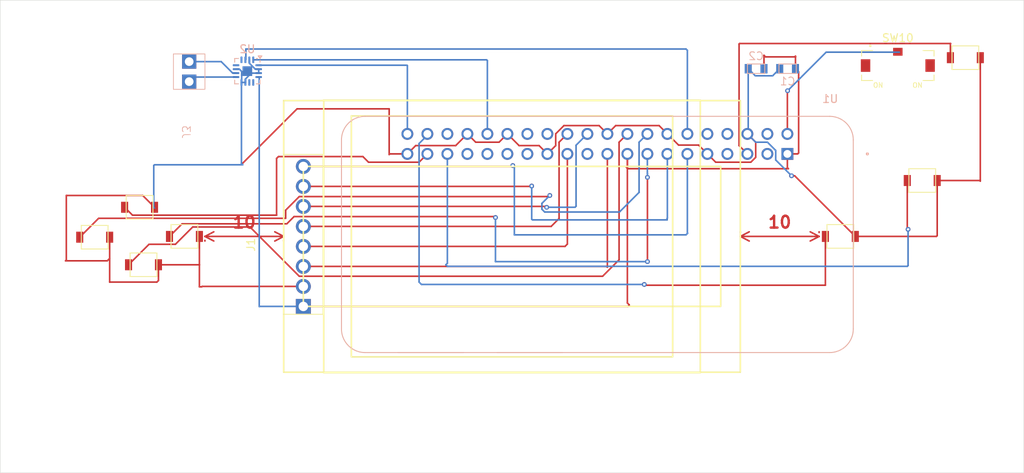
<source format=kicad_pcb>
(kicad_pcb (version 20241229) (generator "pcbnew") (generator_version "9.0")
  (layers (0 "F.Cu" signal) (2 "B.Cu" signal) (13 "F.Paste" user) (15 "B.Paste" user) (5 "F.SilkS" user "F.Silkscreen") (7 "B.SilkS" user "B.Silkscreen") (1 "F.Mask" user) (3 "B.Mask" user) (25 "Edge.Cuts" user))
  (net 0 "")
  (net 1 "GND")
  (net 2 "+3.3V")
  (net 3 "/MOSI-19")
  (net 4 "/GPIO27-13")
  (net 5 "/CEO_N-24")
  (net 6 "/GPIO17-11")
  (net 7 "/SCLK-23")
  (net 8 "/GPIO25-22")
  (net 9 "/SPK+")
  (net 10 "/SPK-")
  (net 11 "/RIGHT")
  (net 12 "/LEFT")
  (net 13 "/UP")
  (net 14 "/DOWN")
  (net 15 "/A")
  (net 16 "/B")
  (net 17 "/X")
  (net 18 "/Y")
  (net 19 "/GPIO3")
  (net 20 "+5V")
  (net 22 "/5V_2")
  (net 25 "/GPIO18 ")
  (net 28 "/GPIO21 ")
  (net 30 "/GPIO12")
  (footprint "button8:TSX08131_3.4x3.0_SMT" (layer "F.Cu") (at 202.1 92.9)
    (property "Reference" "SW6" (hide yes))
    (property "Value" "SW_Push")
    (fp_line (start -1.7 -1.5) (end 1.7 -1.5) (stroke (width 0.12)) (layer "F.SilkS"))
    (fp_line (start -1.7 1.5) (end -1.7 -1.5) (stroke (width 0.12)) (layer "F.SilkS"))
    (fp_line (start 1.7 -1.5) (end 1.7 1.5) (stroke (width 0.12)) (layer "F.SilkS"))
    (fp_line (start 1.7 1.5) (end -1.7 1.5) (stroke (width 0.12)) (layer "F.SilkS"))
    (pad "1" smd rect (at -1.9 0) (size 0.9 1.4) (layers "F.Cu" "F.Mask" "F.Paste") (net 16 "/B"))
    (pad "2" smd rect (at 1.9 0) (size 0.9 1.4) (layers "F.Cu" "F.Mask" "F.Paste") (net 1 "GND"))
  )
  (footprint "button8:TSX08131_3.4x3.0_SMT" (layer "F.Cu") (at 97 100.1)
    (property "Reference" "SW2" (hide yes))
    (property "Value" "SW_Push")
    (fp_line (start -1.7 -1.5) (end 1.7 -1.5) (stroke (width 0.12)) (layer "F.SilkS"))
    (fp_line (start -1.7 1.5) (end -1.7 -1.5) (stroke (width 0.12)) (layer "F.SilkS"))
    (fp_line (start 1.7 -1.5) (end 1.7 1.5) (stroke (width 0.12)) (layer "F.SilkS"))
    (fp_line (start 1.7 1.5) (end -1.7 1.5) (stroke (width 0.12)) (layer "F.SilkS"))
    (pad "1" smd rect (at -1.9 0) (size 0.9 1.4) (layers "F.Cu" "F.Mask" "F.Paste") (net 12 "/LEFT"))
    (pad "2" smd rect (at 1.9 0) (size 0.9 1.4) (layers "F.Cu" "F.Mask" "F.Paste") (net 1 "GND"))
  )
  (footprint "button8:TSX08131_3.4x3.0_SMT" (layer "F.Cu") (at 108.4 100)
    (property "Reference" "SW1" (hide yes))
    (property "Value" "SW_Push")
    (fp_line (start -1.7 -1.5) (end 1.7 -1.5) (stroke (width 0.12)) (layer "F.SilkS"))
    (fp_line (start -1.7 1.5) (end -1.7 -1.5) (stroke (width 0.12)) (layer "F.SilkS"))
    (fp_line (start 1.7 -1.5) (end 1.7 1.5) (stroke (width 0.12)) (layer "F.SilkS"))
    (fp_line (start 1.7 1.5) (end -1.7 1.5) (stroke (width 0.12)) (layer "F.SilkS"))
    (pad "1" smd rect (at -1.9 0) (size 0.9 1.4) (layers "F.Cu" "F.Mask" "F.Paste") (net 11 "/RIGHT"))
    (pad "2" smd rect (at 1.9 0) (size 0.9 1.4) (layers "F.Cu" "F.Mask" "F.Paste") (net 1 "GND"))
  )
  (footprint "mount:HB_PH3_25418PB2GOP_8Pin" (layer "F.Cu") (at 123.45 100 90)
    (property "Reference" "J1" (at -1.06 -6.6 90) (layer "F.SilkS"))
    (property "Value" "Conn_01x08_MountingPin" (hide yes))
    (fp_line (start 10.41 -2.45) (end 10.41 2.55) (stroke (width 0.12)) (layer "F.SilkS"))
    (fp_line (start -9.89 -2.45) (end 10.41 -2.45) (stroke (width 0.12)) (layer "F.SilkS"))
    (fp_line (start 10.41 2.55) (end -9.89 2.55) (stroke (width 0.12)) (layer "F.SilkS"))
    (fp_line (start -9.89 2.55) (end -9.89 -2.45) (stroke (width 0.12)) (layer "F.SilkS"))
    (pad "1" thru_hole rect (at -8.89 0.05 90) (size 1.9 1.9) (drill 1.2) (layers "*.Cu" "*.Mask") (net 2 "+3.3V"))
    (pad "2" thru_hole circle (at -6.35 0.05 90) (size 1.9 1.9) (drill 1.2) (layers "*.Cu" "*.Mask") (net 1 "GND"))
    (pad "3" thru_hole circle (at -3.81 0.05 90) (size 1.9 1.9) (drill 1.2) (layers "*.Cu" "*.Mask") (net 3 "/MOSI-19"))
    (pad "4" thru_hole circle (at -1.27 0.05 90) (size 1.9 1.9) (drill 1.2) (layers "*.Cu" "*.Mask") (net 7 "/SCLK-23"))
    (pad "5" thru_hole circle (at 1.27 0.05 90) (size 1.9 1.9) (drill 1.2) (layers "*.Cu" "*.Mask") (net 5 "/CEO_N-24"))
    (pad "6" thru_hole circle (at 3.81 0.05 90) (size 1.9 1.9) (drill 1.2) (layers "*.Cu" "*.Mask") (net 8 "/GPIO25-22"))
    (pad "7" thru_hole circle (at 6.35 0.05 90) (size 1.9 1.9) (drill 1.2) (layers "*.Cu" "*.Mask") (net 4 "/GPIO27-13"))
    (pad "8" thru_hole circle (at 8.89 0.05 90) (size 1.9 1.9) (drill 1.2) (layers "*.Cu" "*.Mask") (net 6 "/GPIO17-11"))
  )
  (footprint "button8:TSX08131_3.4x3.0_SMT" (layer "F.Cu") (at 103.2 103.6)
    (property "Reference" "SW4" (hide yes))
    (property "Value" "SW_Push")
    (fp_line (start -1.7 -1.5) (end 1.7 -1.5) (stroke (width 0.12)) (layer "F.SilkS"))
    (fp_line (start -1.7 1.5) (end -1.7 -1.5) (stroke (width 0.12)) (layer "F.SilkS"))
    (fp_line (start 1.7 -1.5) (end 1.7 1.5) (stroke (width 0.12)) (layer "F.SilkS"))
    (fp_line (start 1.7 1.5) (end -1.7 1.5) (stroke (width 0.12)) (layer "F.SilkS"))
    (pad "1" smd rect (at -1.9 0) (size 0.9 1.4) (layers "F.Cu" "F.Mask" "F.Paste") (net 14 "/DOWN"))
    (pad "2" smd rect (at 1.9 0) (size 0.9 1.4) (layers "F.Cu" "F.Mask" "F.Paste") (net 1 "GND"))
  )
  (footprint "on/off:TSX08131_3.4x3.0_SMT" (layer "F.Cu") (at 207.575 77.3)
    (property "Reference" "SW9" (hide yes))
    (property "Value" "SW_SHDN")
    (fp_line (start -1.7 -1.5) (end 1.7 -1.5) (stroke (width 0.12)) (layer "F.SilkS"))
    (fp_line (start -1.7 1.5) (end -1.7 -1.5) (stroke (width 0.12)) (layer "F.SilkS"))
    (fp_line (start 1.7 -1.5) (end 1.7 1.5) (stroke (width 0.12)) (layer "F.SilkS"))
    (fp_line (start 1.7 1.5) (end -1.7 1.5) (stroke (width 0.12)) (layer "F.SilkS"))
    (pad "1" smd rect (at -1.9 0) (size 0.9 1.4) (layers "F.Cu" "F.Mask" "F.Paste") (net 19 "/GPIO3"))
    (pad "2" smd rect (at 1.9 0) (size 0.9 1.4) (layers "F.Cu" "F.Mask" "F.Paste") (net 1 "GND"))
  )
  (footprint "on/off:CK_JS102011SAQN" (layer "F.Cu") (at 199 78.3)
    (property "Reference" "SW10" (at 0 -3.5 0) (layer "F.SilkS"))
    (property "Value" "JS102011SAQN")
    (fp_line (start -4.6 -1.9) (end -4.6 -1.2) (stroke (width 0.12)) (layer "F.SilkS"))
    (fp_line (start -4.6 -1.9) (end -3.2 -1.9) (stroke (width 0.12)) (layer "F.SilkS"))
    (fp_line (start -4.6 1.9) (end -4.6 1.2) (stroke (width 0.12)) (layer "F.SilkS"))
    (fp_line (start -4.6 1.9) (end -3.2 1.9) (stroke (width 0.12)) (layer "F.SilkS"))
    (fp_line (start 4.6 -1.9) (end 3.2 -1.9) (stroke (width 0.12)) (layer "F.SilkS"))
    (fp_line (start 4.6 -1.9) (end 4.6 -1.2) (stroke (width 0.12)) (layer "F.SilkS"))
    (fp_line (start 4.6 1.9) (end 3.2 1.9) (stroke (width 0.12)) (layer "F.SilkS"))
    (fp_line (start 4.6 1.9) (end 4.6 1.2) (stroke (width 0.12)) (layer "F.SilkS"))
    (fp_circle (center -3.5 -2.5) (end -3.4 -2.5) (stroke (width 0.12)) (fill no) (layer "F.SilkS"))
    (fp_text user "ON" (at 2.5 2.5 0) (layer "F.SilkS") (effects (font (size 0.6 0.6) (thickness 0.1))))
    (fp_text user "ON" (at -2.5 2.5 0) (layer "F.SilkS") (effects (font (size 0.6 0.6) (thickness 0.1))))
    (pad "" np_thru_hole circle (at -2.5 0) (size 0.8 0.8) (drill 0.8) (layers "*.Cu" "*.Mask"))
    (pad "" np_thru_hole circle (at 2.5 0) (size 0.8 0.8) (drill 0.8) (layers "*.Cu" "*.Mask"))
    (pad "1" smd rect (at -4.1 0) (size 1.2 1.6) (layers "F.Cu" "F.Mask" "F.Paste") (net 20 "+5V"))
    (pad "2" smd rect (at 0 -1.75) (size 1.2 1) (layers "F.Cu" "F.Mask" "F.Paste") (net 22 "/5V_2"))
    (pad "3" smd rect (at 4.1 0) (size 1.2 1.6) (layers "F.Cu" "F.Mask" "F.Paste"))
  )
  (footprint "button8:TSX08131_3.4x3.0_SMT" (layer "F.Cu") (at 102.7 96.3)
    (property "Reference" "SW3" (hide yes))
    (property "Value" "SW_Push")
    (fp_line (start -1.7 -1.5) (end 1.7 -1.5) (stroke (width 0.12)) (layer "F.SilkS"))
    (fp_line (start -1.7 1.5) (end -1.7 -1.5) (stroke (width 0.12)) (layer "F.SilkS"))
    (fp_line (start 1.7 -1.5) (end 1.7 1.5) (stroke (width 0.12)) (layer "F.SilkS"))
    (fp_line (start 1.7 1.5) (end -1.7 1.5) (stroke (width 0.12)) (layer "F.SilkS"))
    (pad "1" smd rect (at -1.9 0) (size 0.9 1.4) (layers "F.Cu" "F.Mask" "F.Paste") (net 13 "/UP"))
    (pad "2" smd rect (at 1.9 0) (size 0.9 1.4) (layers "F.Cu" "F.Mask" "F.Paste") (net 1 "GND"))
  )
  (footprint "button8:TSX08131_3.4x3.0_SMT" (layer "F.Cu") (at 191.7 100)
    (property "Reference" "SW5" (hide yes))
    (property "Value" "SW_Push")
    (fp_line (start -1.7 -1.5) (end 1.7 -1.5) (stroke (width 0.12)) (layer "F.SilkS"))
    (fp_line (start -1.7 1.5) (end -1.7 -1.5) (stroke (width 0.12)) (layer "F.SilkS"))
    (fp_line (start 1.7 -1.5) (end 1.7 1.5) (stroke (width 0.12)) (layer "F.SilkS"))
    (fp_line (start 1.7 1.5) (end -1.7 1.5) (stroke (width 0.12)) (layer "F.SilkS"))
    (pad "1" smd rect (at -1.9 0) (size 0.9 1.4) (layers "F.Cu" "F.Mask" "F.Paste") (net 15 "/A"))
    (pad "2" smd rect (at 1.9 0) (size 0.9 1.4) (layers "F.Cu" "F.Mask" "F.Paste") (net 1 "GND"))
  )
  (footprint "cap:PZ254V_11_02P" (layer "B.Cu") (at 109 80.34 90)
    (property "Reference" "J3" (at -6.4 -0.4 270) (layer "B.SilkS") (effects (font (thickness 0.1)) (justify mirror)))
    (property "Value" "Conn_01x02")
    (fp_rect (start -0.98 2) (end 3.52 -2) (stroke (width 0.1)) (fill no) (layer "B.SilkS"))
    (pad "1" thru_hole rect (at 0 0 90) (size 1.8 1.8) (drill 1.1) (layers "*.Cu" "*.Mask") (net 9 "/SPK+"))
    (pad "2" thru_hole rect (at 2.54 0 90) (size 1.8 1.8) (drill 1.1) (layers "*.Cu" "*.Mask") (net 10 "/SPK-"))
  )
  (footprint "rpi:MODULE_SC1176" (layer "B.Cu") (at 160.8425 99.75 180)
    (property "Reference" "U1" (at -29.569 17.2162 0) (layer "B.SilkS") (effects (font (size 1.00189 1.00189)) (justify mirror)))
    (property "Value" "SC1176")
    (fp_line (start 32.5 -12) (end 32.5 12) (stroke (width 0.127)) (layer "B.SilkS"))
    (fp_line (start 29.5 15) (end -29.5 15) (stroke (width 0.127)) (layer "B.SilkS"))
    (fp_line (start 17 -15) (end 25.35 -15) (stroke (width 0.127)) (layer "B.SilkS"))
    (fp_line (start 4.4 -15) (end 12.75 -15) (stroke (width 0.127)) (layer "B.SilkS"))
    (fp_line (start -29.5 -15) (end 29.5 -15) (stroke (width 0.127)) (layer "B.SilkS"))
    (fp_line (start -32.5 12) (end -32.5 -12) (stroke (width 0.127)) (layer "B.SilkS"))
    (fp_arc (start 32.5 12) (mid 31.62132 14.12132) (end 29.5 15) (stroke (width 0.127)) (layer "B.SilkS"))
    (fp_arc (start 29.5 -15) (mid 31.62132 -14.12132) (end 32.5 -12) (stroke (width 0.127)) (layer "B.SilkS"))
    (fp_arc (start -29.5 15) (mid -31.62132 14.12132) (end -32.5 12) (stroke (width 0.127)) (layer "B.SilkS"))
    (fp_arc (start -32.5 -12) (mid -31.62132 -14.12132) (end -29.5 -15) (stroke (width 0.127)) (layer "B.SilkS"))
    (fp_circle (center -34.29 10.23) (end -34.19 10.23) (stroke (width 0.2)) (fill no) (layer "B.SilkS"))
    (pad "" np_thru_hole circle (at -29 -11.5 180) (size 2.75 2.75) (drill 2.75) (layers "*.Cu" "*.Mask"))
    (pad "" np_thru_hole circle (at -29 11.5 180) (size 2.75 2.75) (drill 2.75) (layers "*.Cu" "*.Mask"))
    (pad "" np_thru_hole circle (at 29 -11.5 180) (size 2.75 2.75) (drill 2.75) (layers "*.Cu" "*.Mask"))
    (pad "" np_thru_hole circle (at 29 11.5 180) (size 2.75 2.75) (drill 2.75) (layers "*.Cu" "*.Mask"))
    (pad "1" thru_hole rect (at -24.13 10.23 180) (size 1.508 1.508) (drill 1) (layers "*.Cu" "*.Mask") (net 2 "+3.3V"))
    (pad "2" thru_hole circle (at -24.13 12.77 180) (size 1.508 1.508) (drill 1) (layers "*.Cu" "*.Mask") (net 22 "/5V_2"))
    (pad "3" thru_hole circle (at -21.59 10.23 180) (size 1.508 1.508) (drill 1) (layers "*.Cu" "*.Mask"))
    (pad "4" thru_hole circle (at -21.59 12.77 180) (size 1.508 1.508) (drill 1) (layers "*.Cu" "*.Mask"))
    (pad "5" thru_hole circle (at -19.05 10.23 180) (size 1.508 1.508) (drill 1) (layers "*.Cu" "*.Mask") (net 19 "/GPIO3"))
    (pad "6" thru_hole circle (at -19.05 12.77 180) (size 1.508 1.508) (drill 1) (layers "*.Cu" "*.Mask") (net 1 "GND"))
    (pad "7" thru_hole circle (at -16.51 10.23 180) (size 1.508 1.508) (drill 1) (layers "*.Cu" "*.Mask"))
    (pad "8" thru_hole circle (at -16.51 12.77 180) (size 1.508 1.508) (drill 1) (layers "*.Cu" "*.Mask"))
    (pad "9" thru_hole circle (at -13.97 10.23 180) (size 1.508 1.508) (drill 1) (layers "*.Cu" "*.Mask") (net 1 "GND"))
    (pad "10" thru_hole circle (at -13.97 12.77 180) (size 1.508 1.508) (drill 1) (layers "*.Cu" "*.Mask"))
    (pad "11" thru_hole circle (at -11.43 10.23 180) (size 1.508 1.508) (drill 1) (layers "*.Cu" "*.Mask") (net 6 "/GPIO17-11"))
    (pad "12" thru_hole circle (at -11.43 12.77 180) (size 1.508 1.508) (drill 1) (layers "*.Cu" "*.Mask") (net 25 "/GPIO18 "))
    (pad "13" thru_hole circle (at -8.89 10.23 180) (size 1.508 1.508) (drill 1) (layers "*.Cu" "*.Mask") (net 4 "/GPIO27-13"))
    (pad "14" thru_hole circle (at -8.89 12.77 180) (size 1.508 1.508) (drill 1) (layers "*.Cu" "*.Mask") (net 1 "GND"))
    (pad "15" thru_hole circle (at -6.35 10.23 180) (size 1.508 1.508) (drill 1) (layers "*.Cu" "*.Mask") (net 11 "/RIGHT"))
    (pad "16" thru_hole circle (at -6.35 12.77 180) (size 1.508 1.508) (drill 1) (layers "*.Cu" "*.Mask") (net 12 "/LEFT"))
    (pad "17" thru_hole circle (at -3.81 10.23 180) (size 1.508 1.508) (drill 1) (layers "*.Cu" "*.Mask") (net 2 "+3.3V"))
    (pad "18" thru_hole circle (at -3.81 12.77 180) (size 1.508 1.508) (drill 1) (layers "*.Cu" "*.Mask") (net 14 "/DOWN"))
    (pad "19" thru_hole circle (at -1.27 10.23 180) (size 1.508 1.508) (drill 1) (layers "*.Cu" "*.Mask") (net 3 "/MOSI-19"))
    (pad "20" thru_hole circle (at -1.27 12.77 180) (size 1.508 1.508) (drill 1) (layers "*.Cu" "*.Mask") (net 1 "GND"))
    (pad "21" thru_hole circle (at 1.27 10.23 180) (size 1.508 1.508) (drill 1) (layers "*.Cu" "*.Mask"))
    (pad "22" thru_hole circle (at 1.27 12.77 180) (size 1.508 1.508) (drill 1) (layers "*.Cu" "*.Mask") (net 8 "/GPIO25-22"))
    (pad "23" thru_hole circle (at 3.81 10.23 180) (size 1.508 1.508) (drill 1) (layers "*.Cu" "*.Mask") (net 7 "/SCLK-23"))
    (pad "24" thru_hole circle (at 3.81 12.77 180) (size 1.508 1.508) (drill 1) (layers "*.Cu" "*.Mask") (net 5 "/CEO_N-24"))
    (pad "25" thru_hole circle (at 6.35 10.23 180) (size 1.508 1.508) (drill 1) (layers "*.Cu" "*.Mask") (net 1 "GND"))
    (pad "26" thru_hole circle (at 6.35 12.77 180) (size 1.508 1.508) (drill 1) (layers "*.Cu" "*.Mask"))
    (pad "27" thru_hole circle (at 8.89 10.23 180) (size 1.508 1.508) (drill 1) (layers "*.Cu" "*.Mask"))
    (pad "28" thru_hole circle (at 8.89 12.77 180) (size 1.508 1.508) (drill 1) (layers "*.Cu" "*.Mask"))
    (pad "29" thru_hole circle (at 11.43 10.23 180) (size 1.508 1.508) (drill 1) (layers "*.Cu" "*.Mask"))
    (pad "30" thru_hole circle (at 11.43 12.77 180) (size 1.508 1.508) (drill 1) (layers "*.Cu" "*.Mask") (net 1 "GND"))
    (pad "31" thru_hole circle (at 13.97 10.23 180) (size 1.508 1.508) (drill 1) (layers "*.Cu" "*.Mask"))
    (pad "32" thru_hole circle (at 13.97 12.77 180) (size 1.508 1.508) (drill 1) (layers "*.Cu" "*.Mask") (net 30 "/GPIO12"))
    (pad "33" thru_hole circle (at 16.51 10.23 180) (size 1.508 1.508) (drill 1) (layers "*.Cu" "*.Mask") (net 18 "/Y"))
    (pad "34" thru_hole circle (at 16.51 12.77 180) (size 1.508 1.508) (drill 1) (layers "*.Cu" "*.Mask") (net 1 "GND"))
    (pad "35" thru_hole circle (at 19.05 10.23 180) (size 1.508 1.508) (drill 1) (layers "*.Cu" "*.Mask") (net 16 "/B"))
    (pad "36" thru_hole circle (at 19.05 12.77 180) (size 1.508 1.508) (drill 1) (layers "*.Cu" "*.Mask") (net 17 "/X"))
    (pad "37" thru_hole circle (at 21.59 10.23 180) (size 1.508 1.508) (drill 1) (layers "*.Cu" "*.Mask") (net 13 "/UP"))
    (pad "38" thru_hole circle (at 21.59 12.77 180) (size 1.508 1.508) (drill 1) (layers "*.Cu" "*.Mask") (net 15 "/A"))
    (pad "39" thru_hole circle (at 24.13 10.23 180) (size 1.508 1.508) (drill 1) (layers "*.Cu" "*.Mask") (net 1 "GND"))
    (pad "40" thru_hole circle (at 24.13 12.77 180) (size 1.508 1.508) (drill 1) (layers "*.Cu" "*.Mask") (net 28 "/GPIO21 "))
  )
  (footprint "cap:C_0805" (layer "B.Cu") (at 181 78.7 180)
    (property "Reference" "C2" (at 0 1.6 0) (layer "B.SilkS") (effects (font (thickness 0.12)) (justify mirror)))
    (property "Value" "10uF")
    (fp_line (start 1.1 0.6) (end 1.1 -0.6) (stroke (width 0.12)) (layer "B.SilkS"))
    (fp_line (start 1.1 -0.6) (end -1.1 -0.6) (stroke (width 0.12)) (layer "B.SilkS"))
    (fp_line (start -1.1 0.6) (end 1.1 0.6) (stroke (width 0.12)) (layer "B.SilkS"))
    (fp_line (start -1.1 -0.6) (end -1.1 0.6) (stroke (width 0.12)) (layer "B.SilkS"))
    (pad "1" smd rect (at -1 0 180) (size 0.9 1.2) (layers "B.Cu" "B.Mask" "B.Paste") (net 2 "+3.3V"))
    (pad "2" smd rect (at 1 0 180) (size 0.9 1.2) (layers "B.Cu" "B.Mask" "B.Paste") (net 1 "GND"))
  )
  (footprint "Package_DFN_QFN:TQFN-16-1EP_3x3mm_P0.5mm_EP1.23x1.23mm" (layer "B.Cu") (at 116.39 79.01 180)
    (property "Reference" "U2" (at 0 2.8 0) (layer "B.SilkS") (effects (justify mirror)))
    (property "Value" "MAX98357A")
    (fp_line (start 1.61 1.61) (end 1.61 1.135) (stroke (width 0.12)) (layer "B.SilkS"))
    (fp_line (start 1.61 -1.61) (end 1.61 -1.135) (stroke (width 0.12)) (layer "B.SilkS"))
    (fp_line (start 1.135 1.61) (end 1.61 1.61) (stroke (width 0.12)) (layer "B.SilkS"))
    (fp_line (start 1.135 -1.61) (end 1.61 -1.61) (stroke (width 0.12)) (layer "B.SilkS"))
    (fp_line (start -1.135 1.61) (end -1.31 1.61) (stroke (width 0.12)) (layer "B.SilkS"))
    (fp_line (start -1.135 -1.61) (end -1.61 -1.61) (stroke (width 0.12)) (layer "B.SilkS"))
    (fp_line (start -1.61 1.135) (end -1.61 1.37) (stroke (width 0.12)) (layer "B.SilkS"))
    (fp_line (start -1.61 -1.61) (end -1.61 -1.135) (stroke (width 0.12)) (layer "B.SilkS"))
    (fp_poly (pts (xy -1.61 1.61) (xy -1.85 1.94) (xy -1.37 1.94)) (stroke (width 0.12)) (fill yes) (layer "B.SilkS"))
    (pad "1" smd roundrect (at -1.4375 0.75 180) (size 0.825 0.25) (layers "B.Cu" "B.Mask" "B.Paste") (net 28 "/GPIO21 "))
    (pad "2" smd roundrect (at -1.4375 0.25 180) (size 0.825 0.25) (layers "B.Cu" "B.Mask" "B.Paste") (net 1 "GND"))
    (pad "3" smd roundrect (at -1.4375 -0.25 180) (size 0.825 0.25) (layers "B.Cu" "B.Mask" "B.Paste") (net 1 "GND"))
    (pad "4" smd roundrect (at -1.4375 -0.75 180) (size 0.825 0.25) (layers "B.Cu" "B.Mask" "B.Paste") (net 2 "+3.3V"))
    (pad "5" smd roundrect (at -0.75 -1.4375 180) (size 0.25 0.825) (layers "B.Cu" "B.Mask" "B.Paste"))
    (pad "6" smd roundrect (at -0.25 -1.4375 180) (size 0.25 0.825) (layers "B.Cu" "B.Mask" "B.Paste"))
    (pad "7" smd roundrect (at 0.25 -1.4375 180) (size 0.25 0.825) (layers "B.Cu" "B.Mask" "B.Paste") (net 1 "GND"))
    (pad "8" smd roundrect (at 0.75 -1.4375 180) (size 0.25 0.825) (layers "B.Cu" "B.Mask" "B.Paste") (net 1 "GND"))
    (pad "9" smd roundrect (at 1.4375 -0.75 180) (size 0.825 0.25) (layers "B.Cu" "B.Mask" "B.Paste") (net 9 "/SPK+"))
    (pad "10" smd roundrect (at 1.4375 -0.25 180) (size 0.825 0.25) (layers "B.Cu" "B.Mask" "B.Paste") (net 10 "/SPK-"))
    (pad "11" smd roundrect (at 1.4375 0.25 180) (size 0.825 0.25) (layers "B.Cu" "B.Mask" "B.Paste") (net 1 "GND"))
    (pad "12" smd roundrect (at 1.4375 0.75 180) (size 0.825 0.25) (layers "B.Cu" "B.Mask" "B.Paste"))
    (pad "13" smd roundrect (at 0.75 1.4375 180) (size 0.25 0.825) (layers "B.Cu" "B.Mask" "B.Paste"))
    (pad "14" smd roundrect (at 0.25 1.4375 180) (size 0.25 0.825) (layers "B.Cu" "B.Mask" "B.Paste") (net 25 "/GPIO18 "))
    (pad "15" smd roundrect (at -0.25 1.4375 180) (size 0.25 0.825) (layers "B.Cu" "B.Mask" "B.Paste") (net 1 "GND"))
    (pad "16" smd roundrect (at -0.75 1.4375 180) (size 0.25 0.825) (layers "B.Cu" "B.Mask" "B.Paste") (net 30 "/GPIO12"))
    (pad "17" smd rect (at 0 0 180) (size 1.23 1.23) (property pad_prop_heatsink) (layers "B.Cu" "B.Mask") (net 1 "GND"))
  )
  (footprint "cap:C_0805" (layer "B.Cu") (at 185 78.7)
    (property "Reference" "C1" (at 0 1.6 0) (layer "B.SilkS") (effects (font (thickness 0.12)) (justify mirror)))
    (property "Value" "0.1uF")
    (fp_line (start -1.1 -0.6) (end -1.1 0.6) (stroke (width 0.12)) (layer "B.SilkS"))
    (fp_line (start -1.1 0.6) (end 1.1 0.6) (stroke (width 0.12)) (layer "B.SilkS"))
    (fp_line (start 1.1 -0.6) (end -1.1 -0.6) (stroke (width 0.12)) (layer "B.SilkS"))
    (fp_line (start 1.1 0.6) (end 1.1 -0.6) (stroke (width 0.12)) (layer "B.SilkS"))
    (pad "1" smd rect (at -1 0) (size 0.9 1.2) (layers "B.Cu" "B.Mask" "B.Paste") (net 1 "GND"))
    (pad "2" smd rect (at 1 0) (size 0.9 1.2) (layers "B.Cu" "B.Mask" "B.Paste") (net 2 "+3.3V"))
  )
  (gr_rect (start 126.085 82.7) (end 173.915 117.3) (stroke (width 0.2)) (fill no) (layer "F.SilkS"))
  (gr_rect (start 123.5 91.11) (end 176.5 108.89) (stroke (width 0.2)) (fill no) (layer "F.SilkS"))
  (gr_rect (start 129.6 84.7) (end 170.4 115.3) (stroke (width 0.2)) (fill no) (layer "F.SilkS"))
  (gr_rect (start 121 82.75) (end 179 117.25) (stroke (width 0.2)) (fill no) (layer "F.SilkS"))
  (gr_rect (start 85 70) (end 215 130) (stroke (width 0.05)) (fill no) (layer "Edge.Cuts"))
  (dimension (type aligned) (layer "F.Cu") (pts (xy 179 100) (xy 189 100)) (height 0) (format (prefix "") (suffix "") (units 3) (units_format 0) (precision 4) (suppress_zeroes yes)) (style (thickness 0.2) (arrow_length 1.27) (text_position_mode 0) (arrow_direction outward) (extension_height 0.58642) (extension_offset 0.5) (keep_text_aligned yes)) (gr_text "10" (at 184 98.2 0) (layer "F.Cu") (effects (font (size 1.5 1.5) (thickness 0.3)))))
  (dimension (type aligned) (layer "F.Cu") (pts (xy 121 100) (xy 111 100)) (height 0) (format (prefix "") (suffix "") (units 3) (units_format 0) (precision 4) (suppress_zeroes yes)) (style (thickness 0.2) (arrow_length 1.27) (text_position_mode 0) (arrow_direction outward) (extension_height 0.58642) (extension_offset 0.5) (keep_text_aligned yes)) (gr_text "10" (at 116 98.2 0) (layer "F.Cu") (effects (font (size 1.5 1.5) (thickness 0.3)))))
  (segment (start 209.4 92.9) (end 209.475 92.975) (width 0.2) (layer "F.Cu") (net 1))
  (segment (start 156.595504 85.925) (end 155.5475 86.973004) (width 0.2) (layer "F.Cu") (net 1))
  (segment (start 144.3325 86.98) (end 142.8475 88.465) (width 0.2) (layer "F.Cu") (net 1))
  (segment (start 98.6 103.1) (end 98.9 102.8) (width 0.2) (layer "F.Cu") (net 1))
  (segment (start 193.6 100) (end 185.9 92.3) (width 0.2) (layer "F.Cu") (net 1))
  (segment (start 105.1 105.6) (end 104.9 105.8) (width 0.2) (layer "F.Cu") (net 1))
  (segment (start 104.9 105.8) (end 98.9 105.8) (width 0.2) (layer "F.Cu") (net 1))
  (segment (start 155.5475 86.973004) (end 155.5475 88.465) (width 0.2) (layer "F.Cu") (net 1))
  (segment (start 204 99.9) (end 204 92.9) (width 0.2) (layer "F.Cu") (net 1))
  (segment (start 110.3 106.4) (end 110.6 106.4) (width 0.2) (layer "F.Cu") (net 1))
  (segment (start 105.1 103.6) (end 105.1 105.6) (width 0.2) (layer "F.Cu") (net 1))
  (segment (start 98.9 102.8) (end 98.9 100.1) (width 0.2) (layer "F.Cu") (net 1))
  (segment (start 149.4125 86.98) (end 148.3575 88.035) (width 0.2) (layer "F.Cu") (net 1))
  (segment (start 179.8925 86.98) (end 180.9475 88.035) (width 0.2) (layer "F.Cu") (net 1))
  (segment (start 153.4375 88.465) (end 150.8975 88.465) (width 0.2) (layer "F.Cu") (net 1))
  (segment (start 174.8125 89.52) (end 173.6925 88.4) (width 0.2) (layer "F.Cu") (net 1))
  (segment (start 162.1125 86.98) (end 161.0575 85.925) (width 0.2) (layer "F.Cu") (net 1))
  (segment (start 104.6 96.3) (end 103.1 94.8) (width 0.2) (layer "F.Cu") (net 1))
  (segment (start 163.1675 85.925) (end 162.1125 86.98) (width 0.2) (layer "F.Cu") (net 1))
  (segment (start 173.6925 88.4) (end 171.1525 88.4) (width 0.2) (layer "F.Cu") (net 1))
  (segment (start 161.0575 85.925) (end 156.595504 85.925) (width 0.2) (layer "F.Cu") (net 1))
  (segment (start 105.1 103.6) (end 110.3 103.6) (width 0.2) (layer "F.Cu") (net 1))
  (segment (start 93.3 103.1) (end 98.6 103.1) (width 0.2) (layer "F.Cu") (net 1))
  (segment (start 155.5475 88.465) (end 154.4925 89.52) (width 0.2) (layer "F.Cu") (net 1))
  (segment (start 142.8475 88.465) (end 137.7675 88.465) (width 0.2) (layer "F.Cu") (net 1))
  (segment (start 98.9 105.8) (end 98.9 102.8) (width 0.2) (layer "F.Cu") (net 1))
  (segment (start 180.9475 89.956996) (end 180.329496 90.575) (width 0.2) (layer "F.Cu") (net 1))
  (segment (start 93.4 94.8) (end 93.4 103) (width 0.2) (layer "F.Cu") (net 1))
  (segment (start 103.1 94.8) (end 93.4 94.8) (width 0.2) (layer "F.Cu") (net 1))
  (segment (start 204 92.9) (end 209.4 92.9) (width 0.2) (layer "F.Cu") (net 1))
  (segment (start 169.7325 86.98) (end 168.6775 85.925) (width 0.2) (layer "F.Cu") (net 1))
  (segment (start 168.6775 85.925) (end 163.1675 85.925) (width 0.2) (layer "F.Cu") (net 1))
  (segment (start 180.9475 88.035) (end 180.9475 89.956996) (width 0.2) (layer "F.Cu") (net 1))
  (segment (start 193.6 100) (end 203.9 100) (width 0.2) (layer "F.Cu") (net 1))
  (segment (start 110.6 106.4) (end 110.65 106.35) (width 0.2) (layer "F.Cu") (net 1))
  (segment (start 203.9 100) (end 204 99.9) (width 0.2) (layer "F.Cu") (net 1))
  (segment (start 134.4 83.8) (end 122.7 83.8) (width 0.2) (layer "F.Cu") (net 1))
  (segment (start 175.8675 90.575) (end 174.8125 89.52) (width 0.2) (layer "F.Cu") (net 1))
  (segment (start 154.4925 89.52) (end 153.4375 88.465) (width 0.2) (layer "F.Cu") (net 1))
  (segment (start 148.3575 88.035) (end 145.3875 88.035) (width 0.2) (layer "F.Cu") (net 1))
  (segment (start 180.329496 90.575) (end 175.8675 90.575) (width 0.2) (layer "F.Cu") (net 1))
  (segment (start 171.1525 88.4) (end 169.7325 86.98) (width 0.2) (layer "F.Cu") (net 1))
  (segment (start 185.9 92.3) (end 185.5 92.3) (width 0.2) (layer "F.Cu") (net 1))
  (segment (start 134.4 89.6) (end 134.4 83.8) (width 0.2) (layer "F.Cu") (net 1))
  (segment (start 145.3875 88.035) (end 144.3325 86.98) (width 0.2) (layer "F.Cu") (net 1))
  (segment (start 110.3 103.6) (end 110.3 100) (width 0.2) (layer "F.Cu") (net 1))
  (segment (start 134.48 89.52) (end 134.4 89.6) (width 0.2) (layer "F.Cu") (net 1))
  (segment (start 150.8975 88.465) (end 149.4125 86.98) (width 0.2) (layer "F.Cu") (net 1))
  (segment (start 136.7125 89.52) (end 134.48 89.52) (width 0.2) (layer "F.Cu") (net 1))
  (segment (start 110.3 103.6) (end 110.3 106.4) (width 0.2) (layer "F.Cu") (net 1))
  (segment (start 122.7 83.8) (end 115.7 90.8) (width 0.2) (layer "F.Cu") (net 1))
  (segment (start 137.7675 88.465) (end 136.7125 89.52) (width 0.2) (layer "F.Cu") (net 1))
  (segment (start 93.4 103) (end 93.3 103.1) (width 0.2) (layer "F.Cu") (net 1))
  (segment (start 209.475 92.975) (end 209.475 77.3) (width 0.2) (layer "F.Cu") (net 1))
  (segment (start 110.65 106.35) (end 123.5 106.35) (width 0.2) (layer "F.Cu") (net 1))
  (via (at 185.5 92.3) (size 0.6) (drill 0.3) (layers "F.Cu" "B.Cu") (net 1))
  (segment (start 182.439496 88.035) (end 180.9475 88.035) (width 0.2) (layer "B.Cu") (net 1))
  (segment (start 180.901 79.601) (end 183.099 79.601) (width 0.2) (layer "B.Cu") (net 1))
  (segment (start 117.8275 79.26) (end 116.899202 79.26) (width 0.2) (layer "B.Cu") (net 1))
  (segment (start 115.666 79.045202) (end 115.666 80.4215) (width 0.2) (layer "B.Cu") (net 1))
  (segment (start 116.14 80.019202) (end 116.14 80.4475) (width 0.2) (layer "B.Cu") (net 1))
  (segment (start 180 78.7) (end 180.901 79.601) (width 0.2) (layer "B.Cu") (net 1))
  (segment (start 117.8275 78.76) (end 117.8275 79.26) (width 0.2) (layer "B.Cu") (net 1))
  (segment (start 104.5 96.3) (end 104.6 96.4) (width 0.2) (layer "B.Cu") (net 1))
  (segment (start 117.399202 78.76) (end 117.8275 78.76) (width 0.2) (layer "B.Cu") (net 1))
  (segment (start 180 86.8725) (end 179.8925 86.98) (width 0.2) (layer "B.Cu") (net 1))
  (segment (start 115.8 90.9) (end 104.6 90.9) (width 0.2) (layer "B.Cu") (net 1))
  (segment (start 104.6 90.9) (end 104.5 91) (width 0.2) (layer "B.Cu") (net 1))
  (segment (start 114.9525 78.76) (end 115.380798 78.76) (width 0.2) (layer "B.Cu") (net 1))
  (segment (start 180.9475 88.035) (end 179.8925 86.98) (width 0.2) (layer "B.Cu") (net 1))
  (segment (start 115.64 90.74) (end 115.8 90.9) (width 0.2) (layer "B.Cu") (net 1))
  (segment (start 115.64 80.4475) (end 115.64 90.74) (width 0.2) (layer "B.Cu") (net 1))
  (segment (start 183.4875 90.2875) (end 183.4875 89.083004) (width 0.2) (layer "B.Cu") (net 1))
  (segment (start 104.5 91) (end 104.5 96.3) (width 0.2) (layer "B.Cu") (net 1))
  (segment (start 115.64 80.4475) (end 116.14 80.4475) (width 0.2) (layer "B.Cu") (net 1))
  (segment (start 115.380798 78.76) (end 115.666 79.045202) (width 0.2) (layer "B.Cu") (net 1))
  (segment (start 183.4875 89.083004) (end 182.439496 88.035) (width 0.2) (layer "B.Cu") (net 1))
  (segment (start 183.099 79.601) (end 184 78.7) (width 0.2) (layer "B.Cu") (net 1))
  (segment (start 115.666 80.4215) (end 115.64 80.4475) (width 0.2) (layer "B.Cu") (net 1))
  (segment (start 116.64 78.000798) (end 117.399202 78.76) (width 0.2) (layer "B.Cu") (net 1))
  (segment (start 185.5 92.3) (end 183.4875 90.2875) (width 0.2) (layer "B.Cu") (net 1))
  (segment (start 116.64 77.5725) (end 116.64 78.000798) (width 0.2) (layer "B.Cu") (net 1))
  (segment (start 116.899202 79.26) (end 116.14 80.019202) (width 0.2) (layer "B.Cu") (net 1))
  (segment (start 180 78.7) (end 180 86.8725) (width 0.2) (layer "B.Cu") (net 1))
  (segment (start 186 78.7) (end 186 77.1) (width 0.2) (layer "F.Cu") (net 2))
  (segment (start 184.9725 91.2725) (end 184.9725 89.52) (width 0.2) (layer "F.Cu") (net 2))
  (segment (start 186.28 89.52) (end 186.4 89.4) (width 0.2) (layer "F.Cu") (net 2))
  (segment (start 164.5 91.2) (end 164.7 91.4) (width 0.2) (layer "F.Cu") (net 2))
  (segment (start 186 77.1) (end 186 77.2) (width 0.2) (layer "F.Cu") (net 2))
  (segment (start 184.9725 89.52) (end 186.28 89.52) (width 0.2) (layer "F.Cu") (net 2))
  (segment (start 186.4 89.4) (end 186.4 79.1) (width 0.2) (layer "F.Cu") (net 2))
  (segment (start 164.7 91.4) (end 164.6525 91.3525) (width 0.2) (layer "F.Cu") (net 2))
  (segment (start 164.71 108.89) (end 164.9 108.7) (width 0.2) (layer "F.Cu") (net 2))
  (segment (start 185.1 91.4) (end 184.9725 91.2725) (width 0.2) (layer "F.Cu") (net 2))
  (segment (start 164.9 108.7) (end 164.6525 108.4525) (width 0.2) (layer "F.Cu") (net 2))
  (segment (start 123.5 108.89) (end 164.71 108.89) (width 0.2) (layer "F.Cu") (net 2))
  (segment (start 182.2 77.2) (end 182 77) (width 0.2) (layer "F.Cu") (net 2))
  (segment (start 186.4 79.1) (end 186 78.7) (width 0.2) (layer "F.Cu") (net 2))
  (segment (start 164.7 91.4) (end 185.1 91.4) (width 0.2) (layer "F.Cu") (net 2))
  (segment (start 164.6525 108.4525) (end 164.6525 89.52) (width 0.2) (layer "F.Cu") (net 2))
  (segment (start 182 77) (end 182 79) (width 0.2) (layer "F.Cu") (net 2))
  (segment (start 186 77.2) (end 182.2 77.2) (width 0.2) (layer "F.Cu") (net 2))
  (segment (start 164.6525 91.3525) (end 164.6525 89.52) (width 0.2) (layer "F.Cu") (net 2))
  (segment (start 117.8275 79.76) (end 117.9 79.8325) (width 0.2) (layer "B.Cu") (net 2))
  (segment (start 117.9 79.8325) (end 117.9 108.9) (width 0.2) (layer "B.Cu") (net 2))
  (segment (start 117.91 108.89) (end 123.5 108.89) (width 0.2) (layer "B.Cu") (net 2))
  (segment (start 117.9 108.9) (end 117.91 108.89) (width 0.2) (layer "B.Cu") (net 2))
  (segment (start 162.1 103.9) (end 162.1125 103.8875) (width 0.2) (layer "F.Cu") (net 3))
  (segment (start 162.01 103.81) (end 162.1 103.9) (width 0.2) (layer "F.Cu") (net 3))
  (segment (start 123.5 103.81) (end 162.01 103.81) (width 0.2) (layer "F.Cu") (net 3))
  (segment (start 162.1125 103.8875) (end 162.1125 89.52) (width 0.2) (layer "F.Cu") (net 3))
  (segment (start 152.45 93.65) (end 152.5 93.6) (width 0.2) (layer "F.Cu") (net 4))
  (segment (start 123.5 93.65) (end 152.45 93.65) (width 0.2) (layer "F.Cu") (net 4))
  (via (at 152.5 93.6) (size 0.6) (drill 0.3) (layers "F.Cu" "B.Cu") (net 4))
  (segment (start 169.7 97.7) (end 169.7325 97.6675) (width 0.2) (layer "B.Cu") (net 4))
  (segment (start 152.5 97.8) (end 152.6 97.9) (width 0.2) (layer "B.Cu") (net 4))
  (segment (start 169.7325 97.6675) (end 169.7325 89.52) (width 0.2) (layer "B.Cu") (net 4))
  (segment (start 152.6 97.9) (end 169.7 97.9) (width 0.2) (layer "B.Cu") (net 4))
  (segment (start 152.5 93.6) (end 152.5 97.8) (width 0.2) (layer "B.Cu") (net 4))
  (segment (start 169.7 97.9) (end 169.7 97.7) (width 0.2) (layer "B.Cu") (net 4))
  (segment (start 155.9775 97.7225) (end 155.9775 88.035) (width 0.2) (layer "F.Cu") (net 5))
  (segment (start 154.97 98.73) (end 155.9775 97.7225) (width 0.2) (layer "F.Cu") (net 5))
  (segment (start 123.5 98.73) (end 154.97 98.73) (width 0.2) (layer "F.Cu") (net 5))
  (segment (start 155.9775 88.035) (end 157.0325 86.98) (width 0.2) (layer "F.Cu") (net 5))
  (segment (start 123.5 91.11) (end 149.99 91.11) (width 0.2) (layer "F.Cu") (net 6))
  (segment (start 149.99 91.11) (end 150.1 91) (width 0.2) (layer "F.Cu") (net 6))
  (via (at 150.1 91) (size 0.6) (drill 0.3) (layers "F.Cu" "B.Cu") (net 6))
  (segment (start 172.3 99.6) (end 172.2725 99.5725) (width 0.2) (layer "B.Cu") (net 6))
  (segment (start 150.3 99.8) (end 172.1 99.8) (width 0.2) (layer "B.Cu") (net 6))
  (segment (start 150.3 91.2) (end 150.3 99.8) (width 0.2) (layer "B.Cu") (net 6))
  (segment (start 150.1 91) (end 150.3 91.2) (width 0.2) (layer "B.Cu") (net 6))
  (segment (start 172.1 99.8) (end 172.3 99.6) (width 0.2) (layer "B.Cu") (net 6))
  (segment (start 172.2725 99.5725) (end 172.2725 89.52) (width 0.2) (layer "B.Cu") (net 6))
  (segment (start 157.0325 100.9675) (end 157.0325 89.52) (width 0.2) (layer "F.Cu") (net 7))
  (segment (start 156.73 101.27) (end 157.0325 100.9675) (width 0.2) (layer "F.Cu") (net 7))
  (segment (start 123.5 101.27) (end 156.73 101.27) (width 0.2) (layer "F.Cu") (net 7))
  (segment (start 154.29 96.19) (end 154.4 96.3) (width 0.2) (layer "F.Cu") (net 8))
  (segment (start 123.5 96.19) (end 154.29 96.19) (width 0.2) (layer "F.Cu") (net 8))
  (via (at 154.4 96.3) (size 0.6) (drill 0.3) (layers "F.Cu" "B.Cu") (net 8))
  (segment (start 158 96.3) (end 158.135 96.165) (width 0.2) (layer "B.Cu") (net 8))
  (segment (start 158.135 96.165) (end 158.135 88.4175) (width 0.2) (layer "B.Cu") (net 8))
  (segment (start 154.4 96.3) (end 158 96.3) (width 0.2) (layer "B.Cu") (net 8))
  (segment (start 158.135 88.4175) (end 159.5725 86.98) (width 0.2) (layer "B.Cu") (net 8))
  (segment (start 114.9525 79.76) (end 109.58 79.76) (width 0.2) (layer "B.Cu") (net 9))
  (segment (start 109.58 79.76) (end 109 80.34) (width 0.2) (layer "B.Cu") (net 9))
  (segment (start 114.524202 79.26) (end 113.064202 77.8) (width 0.2) (layer "B.Cu") (net 10))
  (segment (start 114.9525 79.26) (end 114.524202 79.26) (width 0.2) (layer "B.Cu") (net 10))
  (segment (start 113.064202 77.8) (end 109 77.8) (width 0.2) (layer "B.Cu") (net 10))
  (segment (start 108.1 98.4) (end 121.400818 98.4) (width 0.2) (layer "F.Cu") (net 11))
  (segment (start 122.321818 97.479) (end 147.779 97.479) (width 0.2) (layer "F.Cu") (net 11))
  (segment (start 106.5 100) (end 108.1 98.4) (width 0.2) (layer "F.Cu") (net 11))
  (segment (start 147.779 97.479) (end 147.9 97.6) (width 0.2) (layer "F.Cu") (net 11))
  (segment (start 121.400818 98.4) (end 122.321818 97.479) (width 0.2) (layer "F.Cu") (net 11))
  (segment (start 167.2 103.2) (end 167.2 92.5) (width 0.2) (layer "F.Cu") (net 11))
  (via (at 167.2 103.2) (size 0.6) (drill 0.3) (layers "F.Cu" "B.Cu") (net 11))
  (via (at 167.2 92.5) (size 0.6) (drill 0.3) (layers "F.Cu" "B.Cu") (net 11))
  (via (at 147.9 97.6) (size 0.6) (drill 0.3) (layers "F.Cu" "B.Cu") (net 11))
  (segment (start 167.2 92.5) (end 167.2 92) (width 0.2) (layer "B.Cu") (net 11))
  (segment (start 147.9 97.6) (end 147.9 103.2) (width 0.2) (layer "B.Cu") (net 11))
  (segment (start 167.1925 91.9925) (end 167.1925 89.52) (width 0.2) (layer "B.Cu") (net 11))
  (segment (start 147.9 103.2) (end 167.2 103.2) (width 0.2) (layer "B.Cu") (net 11))
  (segment (start 167.2 92) (end 167.1925 91.9925) (width 0.2) (layer "B.Cu") (net 11))
  (segment (start 97.498 97.702) (end 121.255182 97.702) (width 0.2) (layer "F.Cu") (net 12))
  (segment (start 154.661 94.939) (end 154.8 94.8) (width 0.2) (layer "F.Cu") (net 12))
  (segment (start 121.255182 96.665636) (end 122.981818 94.939) (width 0.2) (layer "F.Cu") (net 12))
  (segment (start 122.981818 94.939) (end 154.661 94.939) (width 0.2) (layer "F.Cu") (net 12))
  (segment (start 121.255182 97.702) (end 121.255182 96.665636) (width 0.2) (layer "F.Cu") (net 12))
  (segment (start 95.1 100.1) (end 97.498 97.702) (width 0.2) (layer "F.Cu") (net 12))
  (via (at 154.8 94.8) (size 0.6) (drill 0.3) (layers "F.Cu" "B.Cu") (net 12))
  (segment (start 154.8 94.8) (end 153.799 95.801) (width 0.2) (layer "B.Cu") (net 12))
  (segment (start 154.151057 96.901) (end 163.646943 96.901) (width 0.2) (layer "B.Cu") (net 12))
  (segment (start 166.1375 94.410443) (end 166.1375 88.035) (width 0.2) (layer "B.Cu") (net 12))
  (segment (start 153.799 96.548943) (end 154.151057 96.901) (width 0.2) (layer "B.Cu") (net 12))
  (segment (start 163.646943 96.901) (end 166.1375 94.410443) (width 0.2) (layer "B.Cu") (net 12))
  (segment (start 153.799 95.801) (end 153.799 96.548943) (width 0.2) (layer "B.Cu") (net 12))
  (segment (start 166.1375 88.035) (end 167.1925 86.98) (width 0.2) (layer "B.Cu") (net 12))
  (segment (start 101.801 97.301) (end 120.099 97.301) (width 0.2) (layer "F.Cu") (net 13))
  (segment (start 131.059 89.859) (end 131.775 90.575) (width 0.2) (layer "F.Cu") (net 13))
  (segment (start 120.099 97.301) (end 120.1 97.3) (width 0.2) (layer "F.Cu") (net 13))
  (segment (start 120.1 90.1) (end 120.341 89.859) (width 0.2) (layer "F.Cu") (net 13))
  (segment (start 131.775 90.575) (end 138.1975 90.575) (width 0.2) (layer "F.Cu") (net 13))
  (segment (start 100.8 96.3) (end 101.801 97.301) (width 0.2) (layer "F.Cu") (net 13))
  (segment (start 120.1 97.3) (end 120.1 90.1) (width 0.2) (layer "F.Cu") (net 13))
  (segment (start 120.341 89.859) (end 131.059 89.859) (width 0.2) (layer "F.Cu") (net 13))
  (segment (start 138.1975 90.575) (end 139.2525 89.52) (width 0.2) (layer "F.Cu") (net 13))
  (segment (start 116.721818 98.801) (end 122.981818 105.061) (width 0.2) (layer "F.Cu") (net 14))
  (segment (start 122.981818 105.061) (end 161.5061 105.061) (width 0.2) (layer "F.Cu") (net 14))
  (segment (start 161.5061 105.061) (end 163.5975 102.9696) (width 0.2) (layer "F.Cu") (net 14))
  (segment (start 107.251 101.001) (end 109.451 98.801) (width 0.2) (layer "F.Cu") (net 14))
  (segment (start 101.3 103.6) (end 103.899 101.001) (width 0.2) (layer "F.Cu") (net 14))
  (segment (start 163.5975 88.035) (end 164.6525 86.98) (width 0.2) (layer "F.Cu") (net 14))
  (segment (start 109.451 98.801) (end 116.721818 98.801) (width 0.2) (layer "F.Cu") (net 14))
  (segment (start 103.899 101.001) (end 107.251 101.001) (width 0.2) (layer "F.Cu") (net 14))
  (segment (start 163.5975 102.9696) (end 163.5975 88.035) (width 0.2) (layer "F.Cu") (net 14))
  (segment (start 189.8 100) (end 189.8 106.2) (width 0.2) (layer "F.Cu") (net 15))
  (segment (start 189.8 106.2) (end 166.9 106.2) (width 0.2) (layer "F.Cu") (net 15))
  (segment (start 166.9 106.2) (end 166.8 106.1) (width 0.2) (layer "F.Cu") (net 15))
  (via (at 166.8 106.1) (size 0.6) (drill 0.3) (layers "F.Cu" "B.Cu") (net 15))
  (segment (start 139.2525 87.1475) (end 139.2525 86.98) (width 0.2) (layer "B.Cu") (net 15))
  (segment (start 138.1975 105.7975) (end 138.1975 88.2025) (width 0.2) (layer "B.Cu") (net 15))
  (segment (start 138.1975 88.2025) (end 139.2525 87.1475) (width 0.2) (layer "B.Cu") (net 15))
  (segment (start 138.5 106.1) (end 138.1975 105.7975) (width 0.2) (layer "B.Cu") (net 15))
  (segment (start 166.8 106.1) (end 138.5 106.1) (width 0.2) (layer "B.Cu") (net 15))
  (segment (start 200.2 99) (end 200.3 99.1) (width 0.2) (layer "F.Cu") (net 16))
  (segment (start 200.2 92.9) (end 200.2 99) (width 0.2) (layer "F.Cu") (net 16))
  (via (at 200.3 99.1) (size 0.6) (drill 0.3) (layers "F.Cu" "B.Cu") (net 16))
  (segment (start 141.801 103.801) (end 141.6 103.6) (width 0.2) (layer "B.Cu") (net 16))
  (segment (start 141.6 103.6) (end 141.7925 103.4075) (width 0.2) (layer "B.Cu") (net 16))
  (segment (start 141.7925 103.4075) (end 141.7925 89.52) (width 0.2) (layer "B.Cu") (net 16))
  (segment (start 200.3 103.7) (end 200.199 103.801) (width 0.2) (layer "B.Cu") (net 16))
  (segment (start 200.3 99.1) (end 200.3 103.7) (width 0.2) (layer "B.Cu") (net 16))
  (segment (start 200.199 103.801) (end 141.801 103.801) (width 0.2) (layer "B.Cu") (net 16))
  (segment (start 178.8375 88.465) (end 178.8375 75.5625) (width 0.2) (layer "F.Cu") (net 19))
  (segment (start 179.8925 89.52) (end 178.8375 88.465) (width 0.2) (layer "F.Cu") (net 19))
  (segment (start 205.7 75.5) (end 205.675 75.525) (width 0.2) (layer "F.Cu") (net 19))
  (segment (start 178.9 75.5) (end 205.7 75.5) (width 0.2) (layer "F.Cu") (net 19))
  (segment (start 205.675 75.525) (end 205.675 77.3) (width 0.2) (layer "F.Cu") (net 19))
  (segment (start 178.8375 75.5625) (end 178.9 75.5) (width 0.2) (layer "F.Cu") (net 19))
  (segment (start 184.9725 81.5275) (end 185 81.5) (width 0.2) (layer "F.Cu") (net 22))
  (segment (start 184.9725 86.98) (end 184.9725 81.5275) (width 0.2) (layer "F.Cu") (net 22))
  (via (at 185 81.5) (size 0.6) (drill 0.3) (layers "F.Cu" "B.Cu") (net 22))
  (segment (start 189.9 76.6) (end 199.2 76.6) (width 0.2) (layer "B.Cu") (net 22))
  (segment (start 185 81.5) (end 189.9 76.6) (width 0.2) (layer "B.Cu") (net 22))
  (segment (start 172.2725 76.3725) (end 172.2725 86.98) (width 0.2) (layer "B.Cu") (net 25))
  (segment (start 116.2 76.2) (end 172.1 76.2) (width 0.2) (layer "B.Cu") (net 25))
  (segment (start 116.14 77.5725) (end 116.2 77.5125) (width 0.2) (layer "B.Cu") (net 25))
  (segment (start 116.2 77.5125) (end 116.2 76.2) (width 0.2) (layer "B.Cu") (net 25))
  (segment (start 172.1 76.2) (end 172.2725 76.3725) (width 0.2) (layer "B.Cu") (net 25))
  (segment (start 117.8275 78.26) (end 136.66 78.26) (width 0.2) (layer "B.Cu") (net 28))
  (segment (start 136.66 78.26) (end 136.7125 78.3125) (width 0.2) (layer "B.Cu") (net 28))
  (segment (start 136.7125 78.3125) (end 136.7125 86.98) (width 0.2) (layer "B.Cu") (net 28))
  (segment (start 117.14 77.5725) (end 146.7725 77.5725) (width 0.2) (layer "B.Cu") (net 30))
  (segment (start 146.8725 77.6725) (end 146.8725 86.98) (width 0.2) (layer "B.Cu") (net 30))
  (segment (start 146.7725 77.5725) (end 146.8725 77.6725) (width 0.2) (layer "B.Cu") (net 30))
)
</source>
